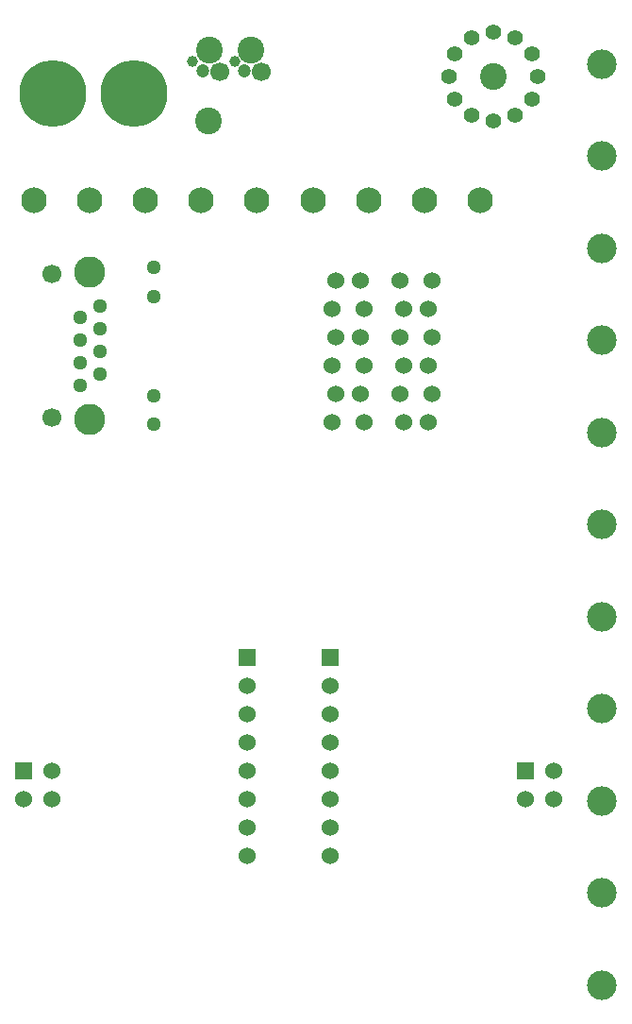
<source format=gbr>
G04 start of page 7 for group 5 idx 5 *
G04 Title: (unknown), bottom *
G04 Creator: pcb 4.2.0 *
G04 CreationDate: Sat Jul  4 19:07:35 2020 UTC *
G04 For: commonadmin *
G04 Format: Gerber/RS-274X *
G04 PCB-Dimensions (mil): 3500.00 8250.00 *
G04 PCB-Coordinate-Origin: lower left *
%MOIN*%
%FSLAX25Y25*%
%LNBOTTOM*%
%ADD139C,0.0492*%
%ADD138C,0.1870*%
%ADD137C,0.0197*%
%ADD136C,0.0295*%
%ADD135C,0.0787*%
%ADD134C,0.0630*%
%ADD133C,0.0354*%
%ADD132C,0.0886*%
%ADD131C,0.0380*%
%ADD130C,0.2362*%
%ADD129C,0.0394*%
%ADD128C,0.0472*%
%ADD127C,0.0551*%
%ADD126C,0.0945*%
%ADD125C,0.0906*%
%ADD124C,0.1102*%
%ADD123C,0.0669*%
%ADD122C,0.0512*%
%ADD121C,0.1043*%
%ADD120C,0.0600*%
%ADD119C,0.0001*%
G54D119*G36*
X89000Y601000D02*Y595000D01*
X95000D01*
Y601000D01*
X89000D01*
G37*
G36*
X118500D02*Y595000D01*
X124500D01*
Y601000D01*
X118500D01*
G37*
G54D120*X92000Y588000D03*
X121500D03*
X92000Y578000D03*
Y568000D03*
Y558000D03*
Y548000D03*
Y538000D03*
Y528000D03*
X121500Y578000D03*
Y568000D03*
Y558000D03*
Y548000D03*
Y538000D03*
Y528000D03*
G54D119*G36*
X10000Y561000D02*Y555000D01*
X16000D01*
Y561000D01*
X10000D01*
G37*
G54D120*X13000Y548000D03*
X23000D03*
Y558000D03*
G54D119*G36*
X187500Y561000D02*Y555000D01*
X193500D01*
Y561000D01*
X187500D01*
G37*
G54D120*X190500Y548000D03*
X200500D03*
Y558000D03*
G54D121*X217500Y547500D03*
Y612500D03*
Y580000D03*
Y482500D03*
Y515000D03*
G54D120*X146000Y731000D03*
X157500D03*
X156000Y721000D03*
X147500D03*
X123500Y731000D03*
X122000Y721000D03*
X132000Y731000D03*
X133500Y721000D03*
X146000Y711000D03*
X147500Y701000D03*
X146000Y691000D03*
X157500Y711000D03*
X123500D03*
X132000D03*
G54D122*X32957Y709992D03*
G54D120*X156000Y701000D03*
X122000D03*
X133500D03*
X157500Y691000D03*
X132000D03*
X123500D03*
X122000Y681000D03*
X133500D03*
G54D122*X40043Y714008D03*
X58980Y690465D03*
G54D120*X147500Y681000D03*
X156000D03*
G54D123*X22996Y682787D03*
G54D124*X36500Y682000D03*
G54D122*X58980Y680425D03*
X32957Y701961D03*
Y693929D03*
X40043Y705976D03*
Y697945D03*
G54D121*X217500Y677500D03*
Y645000D03*
G54D122*X58980Y725504D03*
Y735543D03*
G54D123*X22996Y733181D03*
G54D124*X36500Y733969D03*
G54D122*X32957Y718024D03*
X40043Y722039D03*
G54D125*X16760Y759500D03*
X36445D03*
X56130D03*
X75815D03*
X95500D03*
G54D126*X179000Y803000D03*
G54D127*X194748D03*
X192583Y795126D03*
Y810874D03*
X163252Y803000D03*
X165417Y795126D03*
Y810874D03*
X179000Y787252D03*
X171323Y789220D03*
X186677D03*
X179000Y818748D03*
X186677Y816780D03*
X171323D03*
G54D121*X217500Y807500D03*
Y775000D03*
Y742500D03*
Y710000D03*
G54D125*X115185Y759500D03*
X134870D03*
X154555D03*
X174240D03*
G54D126*X78500Y787500D03*
G54D128*X76378Y805118D03*
G54D129*X72835Y808268D03*
G54D130*X23500Y797000D03*
X51846D03*
G54D126*X78740Y812205D03*
G54D123*X82283Y804724D03*
G54D126*X93504Y812205D03*
G54D123*X97047Y804724D03*
G54D128*X91142Y805118D03*
G54D129*X87598Y808268D03*
G54D131*G54D132*G54D131*G54D133*G54D131*G54D133*G54D131*G54D122*G54D126*G54D133*G54D132*G54D133*G54D122*G54D126*G54D133*G54D134*G54D135*G54D129*G54D132*G54D134*G54D135*G54D136*G54D137*G54D138*G54D135*G54D139*G54D135*G54D139*G54D136*G54D137*M02*

</source>
